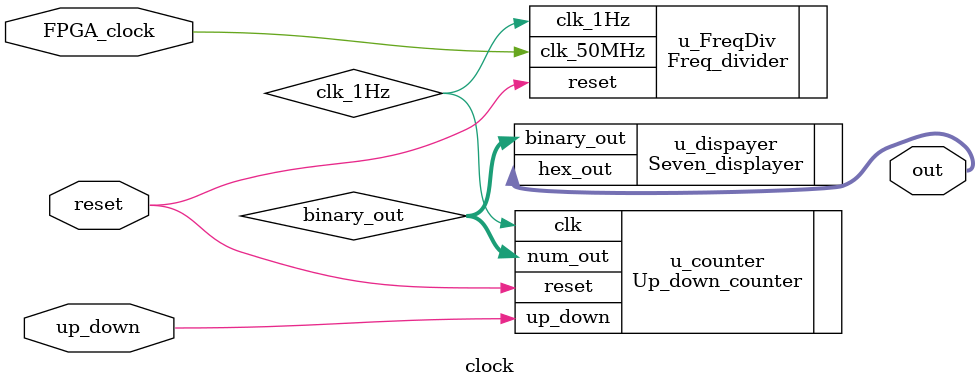
<source format=v>
module clock( FPGA_clock, reset, up_down, out );

input  FPGA_clock, reset, up_down;
output [6:0] out;


wire clk_1Hz;
wire [3:0] binary_out;

Freq_divider u_FreqDiv(.clk_50MHz(FPGA_clock), .reset(reset), .clk_1Hz(clk_1Hz));
Up_down_counter u_counter(.clk(clk_1Hz), .up_down(up_down), .reset(reset), .num_out(binary_out));
Seven_displayer u_dispayer(.binary_out(binary_out), .hex_out(out));

endmodule 
</source>
